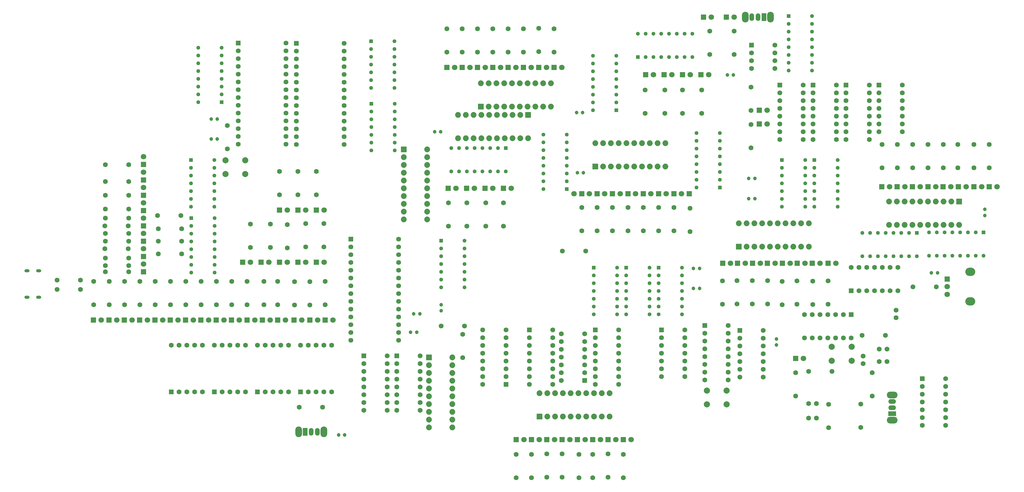
<source format=gbr>
%TF.GenerationSoftware,KiCad,Pcbnew,9.0.4-1.fc42app3*%
%TF.CreationDate,2025-11-06T21:39:48-06:00*%
%TF.ProjectId,8-Bit-PC,382d4269-742d-4504-932e-6b696361645f,1*%
%TF.SameCoordinates,Original*%
%TF.FileFunction,Soldermask,Bot*%
%TF.FilePolarity,Negative*%
%FSLAX46Y46*%
G04 Gerber Fmt 4.6, Leading zero omitted, Abs format (unit mm)*
G04 Created by KiCad (PCBNEW 9.0.4-1.fc42app3) date 2025-11-06 21:39:48*
%MOMM*%
%LPD*%
G01*
G04 APERTURE LIST*
G04 Aperture macros list*
%AMRoundRect*
0 Rectangle with rounded corners*
0 $1 Rounding radius*
0 $2 $3 $4 $5 $6 $7 $8 $9 X,Y pos of 4 corners*
0 Add a 4 corners polygon primitive as box body*
4,1,4,$2,$3,$4,$5,$6,$7,$8,$9,$2,$3,0*
0 Add four circle primitives for the rounded corners*
1,1,$1+$1,$2,$3*
1,1,$1+$1,$4,$5*
1,1,$1+$1,$6,$7*
1,1,$1+$1,$8,$9*
0 Add four rect primitives between the rounded corners*
20,1,$1+$1,$2,$3,$4,$5,0*
20,1,$1+$1,$4,$5,$6,$7,0*
20,1,$1+$1,$6,$7,$8,$9,0*
20,1,$1+$1,$8,$9,$2,$3,0*%
G04 Aperture macros list end*
%ADD10C,1.600000*%
%ADD11RoundRect,0.250000X-0.550000X-0.550000X0.550000X-0.550000X0.550000X0.550000X-0.550000X0.550000X0*%
%ADD12C,1.200000*%
%ADD13R,1.295400X1.295400*%
%ADD14C,1.295400*%
%ADD15R,1.800000X1.800000*%
%ADD16C,1.800000*%
%ADD17RoundRect,0.102000X-0.689000X-0.689000X0.689000X-0.689000X0.689000X0.689000X-0.689000X0.689000X0*%
%ADD18C,1.582000*%
%ADD19C,2.000000*%
%ADD20R,1.600000X1.600000*%
%ADD21RoundRect,0.250000X0.550000X0.550000X-0.550000X0.550000X-0.550000X-0.550000X0.550000X-0.550000X0*%
%ADD22RoundRect,0.102000X-0.838200X-0.838200X0.838200X-0.838200X0.838200X0.838200X-0.838200X0.838200X0*%
%ADD23C,1.880400*%
%ADD24O,2.200000X3.500000*%
%ADD25R,1.500000X2.500000*%
%ADD26O,1.500000X2.500000*%
%ADD27RoundRect,0.102000X0.838200X-0.838200X0.838200X0.838200X-0.838200X0.838200X-0.838200X-0.838200X0*%
%ADD28RoundRect,0.102000X-0.838200X0.838200X-0.838200X-0.838200X0.838200X-0.838200X0.838200X0.838200X0*%
%ADD29O,1.700000X1.000000*%
%ADD30O,3.240000X2.720000*%
%ADD31RoundRect,0.250000X0.550000X-0.550000X0.550000X0.550000X-0.550000X0.550000X-0.550000X-0.550000X0*%
%ADD32RoundRect,0.250000X-0.550000X0.550000X-0.550000X-0.550000X0.550000X-0.550000X0.550000X0.550000X0*%
%ADD33O,3.500000X2.200000*%
%ADD34R,2.500000X1.500000*%
%ADD35O,2.500000X1.500000*%
G04 APERTURE END LIST*
D10*
%TO.C,R14*%
X266917100Y-109792300D03*
X266917100Y-117412300D03*
%TD*%
D11*
%TO.C,U5*%
X253130000Y-125790000D03*
D10*
X253130000Y-128330000D03*
X253130000Y-130870000D03*
X253130000Y-133410000D03*
X253130000Y-135950000D03*
X253130000Y-138490000D03*
X253130000Y-141030000D03*
X260750000Y-141030000D03*
X260750000Y-138490000D03*
X260750000Y-135950000D03*
X260750000Y-133410000D03*
X260750000Y-130870000D03*
X260750000Y-128330000D03*
X260750000Y-125790000D03*
%TD*%
D12*
%TO.C,C8*%
X333040000Y-86300000D03*
X333040000Y-88300000D03*
%TD*%
D10*
%TO.C,C3*%
X275567100Y-149662300D03*
X278067100Y-149662300D03*
%TD*%
%TO.C,R94*%
X319460000Y-72670000D03*
X319460000Y-65050000D03*
%TD*%
D11*
%TO.C,U52*%
X205977100Y-125657300D03*
D10*
X205977100Y-128197300D03*
X205977100Y-130737300D03*
X205977100Y-133277300D03*
X205977100Y-135817300D03*
X205977100Y-138357300D03*
X205977100Y-140897300D03*
X205977100Y-143437300D03*
X213597100Y-143437300D03*
X213597100Y-140897300D03*
X213597100Y-138357300D03*
X213597100Y-135817300D03*
X213597100Y-133277300D03*
X213597100Y-130737300D03*
X213597100Y-128197300D03*
X213597100Y-125657300D03*
%TD*%
%TO.C,R83*%
X157500000Y-34920000D03*
X157500000Y-27300000D03*
%TD*%
%TO.C,R87*%
X177500000Y-34920000D03*
X177500000Y-27300000D03*
%TD*%
D13*
%TO.C,U8*%
X310870000Y-93930000D03*
D14*
X308330000Y-93930000D03*
X305790000Y-93930000D03*
X303250000Y-93930000D03*
X300710000Y-93930000D03*
X298170000Y-93930000D03*
X295630000Y-93930000D03*
X293090000Y-93930000D03*
X293090000Y-101550000D03*
X295630000Y-101550000D03*
X298170000Y-101550000D03*
X300710000Y-101550000D03*
X303250000Y-101550000D03*
X305790000Y-101550000D03*
X308330000Y-101550000D03*
X310870000Y-101550000D03*
%TD*%
D11*
%TO.C,U20*%
X227527100Y-125667300D03*
D10*
X227527100Y-128207300D03*
X227527100Y-130747300D03*
X227527100Y-133287300D03*
X227527100Y-135827300D03*
X227527100Y-138367300D03*
X227527100Y-140907300D03*
X235147100Y-140907300D03*
X235147100Y-138367300D03*
X235147100Y-135827300D03*
X235147100Y-133287300D03*
X235147100Y-130747300D03*
X235147100Y-128207300D03*
X235147100Y-125667300D03*
%TD*%
D13*
%TO.C,U41*%
X84032100Y-51252300D03*
D14*
X84032100Y-48712300D03*
X84032100Y-46172300D03*
X84032100Y-43632300D03*
X84032100Y-41092300D03*
X84032100Y-38552300D03*
X84032100Y-36012300D03*
X84032100Y-33472300D03*
X76412100Y-33472300D03*
X76412100Y-36012300D03*
X76412100Y-38552300D03*
X76412100Y-41092300D03*
X76412100Y-43632300D03*
X76412100Y-46172300D03*
X76412100Y-48712300D03*
X76412100Y-51252300D03*
%TD*%
D12*
%TO.C,C11*%
X249000000Y-42420000D03*
X251000000Y-42420000D03*
%TD*%
D15*
%TO.C,D31*%
X205080000Y-161420000D03*
D16*
X207620000Y-161420000D03*
%TD*%
D15*
%TO.C,D116*%
X177460000Y-39920000D03*
D16*
X180000000Y-39920000D03*
%TD*%
D10*
%TO.C,R32*%
X202817100Y-99912300D03*
X195197100Y-99912300D03*
%TD*%
D11*
%TO.C,U6*%
X312620000Y-141580000D03*
D10*
X312620000Y-144120000D03*
X312620000Y-146660000D03*
X312620000Y-149200000D03*
X312620000Y-151740000D03*
X312620000Y-154280000D03*
X312620000Y-156820000D03*
X320240000Y-156820000D03*
X320240000Y-154280000D03*
X320240000Y-151740000D03*
X320240000Y-149200000D03*
X320240000Y-146660000D03*
X320240000Y-144120000D03*
X320240000Y-141580000D03*
%TD*%
D15*
%TO.C,D57*%
X108902100Y-103552300D03*
D16*
X111442100Y-103552300D03*
%TD*%
D15*
%TO.C,D53*%
X117787100Y-122412300D03*
D16*
X120327100Y-122412300D03*
%TD*%
D10*
%TO.C,R15*%
X271717100Y-109602300D03*
X271717100Y-117222300D03*
%TD*%
%TO.C,R13*%
X262167100Y-109542300D03*
X262167100Y-117162300D03*
%TD*%
D15*
%TO.C,D112*%
X157500000Y-39920000D03*
D16*
X160040000Y-39920000D03*
%TD*%
D10*
%TO.C,R16*%
X276917100Y-117352300D03*
X276917100Y-109732300D03*
%TD*%
D15*
%TO.C,D14*%
X259460000Y-53920000D03*
D16*
X262000000Y-53920000D03*
%TD*%
D10*
%TO.C,R3*%
X275507100Y-139162300D03*
X283127100Y-139162300D03*
%TD*%
%TO.C,R65*%
X53667700Y-106657100D03*
X46047700Y-106657100D03*
%TD*%
%TO.C,R20*%
X222197100Y-47272300D03*
X222197100Y-54892300D03*
%TD*%
D15*
%TO.C,D69*%
X58500000Y-71650000D03*
D16*
X58500000Y-69110000D03*
%TD*%
D15*
%TO.C,D13*%
X257242100Y-103852300D03*
D16*
X259782100Y-103852300D03*
%TD*%
D10*
%TO.C,R97*%
X304460000Y-72670000D03*
X304460000Y-65050000D03*
%TD*%
D17*
%TO.C,U43*%
X89442550Y-32020000D03*
D18*
X89442550Y-34560000D03*
X89442550Y-37100000D03*
X89442550Y-39640000D03*
X89442550Y-42180000D03*
X89442550Y-44720000D03*
X89442550Y-47260000D03*
X89442550Y-49800000D03*
X89442550Y-52340000D03*
X89442550Y-54880000D03*
X89442550Y-57420000D03*
X89442550Y-59960000D03*
X89442550Y-62500000D03*
X89442550Y-65040000D03*
X105000050Y-65040000D03*
X105000050Y-62500000D03*
X105000050Y-59960000D03*
X105000050Y-57420000D03*
X105000050Y-54880000D03*
X105000050Y-52340000D03*
X105000050Y-49800000D03*
X105000050Y-47260000D03*
X105000050Y-44720000D03*
X105000050Y-42180000D03*
X105000050Y-39640000D03*
X105000050Y-37100000D03*
X105000050Y-34560000D03*
X105000050Y-32020000D03*
%TD*%
D15*
%TO.C,D17*%
X271842100Y-103852300D03*
D16*
X274382100Y-103852300D03*
%TD*%
D15*
%TO.C,D59*%
X102902100Y-86552300D03*
D16*
X105442100Y-86552300D03*
%TD*%
D15*
%TO.C,D115*%
X172460000Y-39920000D03*
D16*
X175000000Y-39920000D03*
%TD*%
D19*
%TO.C,SW6*%
X248817100Y-149927300D03*
X242317100Y-149927300D03*
X248817100Y-145427300D03*
X242317100Y-145427300D03*
%TD*%
D15*
%TO.C,D30*%
X200120000Y-161420000D03*
D16*
X202660000Y-161420000D03*
%TD*%
D11*
%TO.C,U32*%
X130383900Y-134069100D03*
D10*
X130383900Y-136609100D03*
X130383900Y-139149100D03*
X130383900Y-141689100D03*
X130383900Y-144229100D03*
X130383900Y-146769100D03*
X130383900Y-149309100D03*
X130383900Y-151849100D03*
X138003900Y-151849100D03*
X138003900Y-149309100D03*
X138003900Y-146769100D03*
X138003900Y-144229100D03*
X138003900Y-141689100D03*
X138003900Y-139149100D03*
X138003900Y-136609100D03*
X138003900Y-134069100D03*
%TD*%
D15*
%TO.C,D50*%
X102277100Y-122412300D03*
D16*
X104817100Y-122412300D03*
%TD*%
D20*
%TO.C,U35*%
X81636400Y-145879100D03*
D10*
X84176400Y-145879100D03*
X86716400Y-145879100D03*
X89256400Y-145879100D03*
X91796400Y-145879100D03*
X91796400Y-130639100D03*
X89256400Y-130639100D03*
X86716400Y-130639100D03*
X84176400Y-130639100D03*
X81636400Y-130639100D03*
%TD*%
D15*
%TO.C,D11*%
X247477100Y-103852300D03*
D16*
X250017100Y-103852300D03*
%TD*%
D15*
%TO.C,D25*%
X248710000Y-23500000D03*
D16*
X251250000Y-23500000D03*
%TD*%
D10*
%TO.C,R57*%
X111412100Y-98552300D03*
X111412100Y-90932300D03*
%TD*%
D11*
%TO.C,U33*%
X141163900Y-134069100D03*
D10*
X141163900Y-136609100D03*
X141163900Y-139149100D03*
X141163900Y-141689100D03*
X141163900Y-144229100D03*
X141163900Y-146769100D03*
X141163900Y-149309100D03*
X141163900Y-151849100D03*
X148783900Y-151849100D03*
X148783900Y-149309100D03*
X148783900Y-146769100D03*
X148783900Y-144229100D03*
X148783900Y-141689100D03*
X148783900Y-139149100D03*
X148783900Y-136609100D03*
X148783900Y-134069100D03*
%TD*%
D15*
%TO.C,D38*%
X42227100Y-122412300D03*
D16*
X44767100Y-122412300D03*
%TD*%
D10*
%TO.C,R72*%
X53667700Y-71657100D03*
X46047700Y-71657100D03*
%TD*%
D12*
%TO.C,C18*%
X148666400Y-120379100D03*
X146666400Y-120379100D03*
%TD*%
D15*
%TO.C,D42*%
X62227100Y-122412300D03*
D16*
X64767100Y-122412300D03*
%TD*%
D15*
%TO.C,D8*%
X231587100Y-81162300D03*
D16*
X229047100Y-81162300D03*
%TD*%
D10*
%TO.C,R52*%
X102317100Y-117412300D03*
X102317100Y-109792300D03*
%TD*%
%TO.C,R89*%
X187500000Y-34790000D03*
X187500000Y-27170000D03*
%TD*%
%TO.C,R31*%
X215120000Y-166300000D03*
X215120000Y-173920000D03*
%TD*%
%TO.C,R5*%
X292567100Y-157472300D03*
X292567100Y-149852300D03*
%TD*%
D15*
%TO.C,D022*%
X334460000Y-78920000D03*
D16*
X337000000Y-78920000D03*
%TD*%
D10*
%TO.C,R90*%
X192500000Y-34920000D03*
X192500000Y-27300000D03*
%TD*%
D12*
%TO.C,C10*%
X255993900Y-82749100D03*
X257993900Y-82749100D03*
%TD*%
%TO.C,C7*%
X317605000Y-107040000D03*
X315605000Y-107040000D03*
%TD*%
D15*
%TO.C,D54*%
X90872100Y-103552300D03*
D16*
X93412100Y-103552300D03*
%TD*%
D10*
%TO.C,R74*%
X63325000Y-92640000D03*
X70945000Y-92640000D03*
%TD*%
D15*
%TO.C,D44*%
X72277100Y-122412300D03*
D16*
X74817100Y-122412300D03*
%TD*%
D15*
%TO.C,D48*%
X92277100Y-122412300D03*
D16*
X94817100Y-122412300D03*
%TD*%
D21*
%TO.C,SW5*%
X176817100Y-143412300D03*
D10*
X176817100Y-140872300D03*
X176817100Y-138332300D03*
X176817100Y-135792300D03*
X176817100Y-133252300D03*
X176817100Y-130712300D03*
X176817100Y-128172300D03*
X176817100Y-125632300D03*
X169197100Y-125632300D03*
X169197100Y-128172300D03*
X169197100Y-130712300D03*
X169197100Y-133252300D03*
X169197100Y-135792300D03*
X169197100Y-138332300D03*
X169197100Y-140872300D03*
X169197100Y-143412300D03*
%TD*%
D22*
%TO.C,U29*%
X143430000Y-66740000D03*
D23*
X143430000Y-69280000D03*
X143430000Y-71820000D03*
X143430000Y-74360000D03*
X143430000Y-76900000D03*
X143430000Y-79440000D03*
X143430000Y-81980000D03*
X143430000Y-84520000D03*
X143430000Y-87060000D03*
X143430000Y-89600000D03*
X151050000Y-89600000D03*
X151050000Y-87060000D03*
X151050000Y-84520000D03*
X151050000Y-81980000D03*
X151050000Y-79440000D03*
X151050000Y-76900000D03*
X151050000Y-74360000D03*
X151050000Y-71820000D03*
X151050000Y-69280000D03*
X151050000Y-66740000D03*
%TD*%
D10*
%TO.C,R39*%
X109356400Y-150879100D03*
X116976400Y-150879100D03*
%TD*%
D15*
%TO.C,D10*%
X259460000Y-58420000D03*
D16*
X262000000Y-58420000D03*
%TD*%
D15*
%TO.C,D028*%
X304440000Y-78920000D03*
D16*
X306980000Y-78920000D03*
%TD*%
D10*
%TO.C,R44*%
X62317100Y-117412300D03*
X62317100Y-109792300D03*
%TD*%
D15*
%TO.C,D20*%
X222397100Y-42332300D03*
D16*
X224937100Y-42332300D03*
%TD*%
D21*
%TO.C,U22*%
X202437100Y-142152300D03*
D10*
X202437100Y-139612300D03*
X202437100Y-137072300D03*
X202437100Y-134532300D03*
X202437100Y-131992300D03*
X202437100Y-129452300D03*
X202437100Y-126912300D03*
X194817100Y-126912300D03*
X194817100Y-129452300D03*
X194817100Y-131992300D03*
X194817100Y-134532300D03*
X194817100Y-137072300D03*
X194817100Y-139612300D03*
X194817100Y-142152300D03*
%TD*%
%TO.C,R69*%
X53667700Y-86157100D03*
X46047700Y-86157100D03*
%TD*%
%TO.C,R24*%
X180120000Y-166300000D03*
X180120000Y-173920000D03*
%TD*%
%TO.C,R6*%
X296317100Y-147222300D03*
X296317100Y-139602300D03*
%TD*%
D15*
%TO.C,D025*%
X319420000Y-78920000D03*
D16*
X321960000Y-78920000D03*
%TD*%
D20*
%TO.C,U37*%
X109736400Y-145879100D03*
D10*
X112276400Y-145879100D03*
X114816400Y-145879100D03*
X117356400Y-145879100D03*
X119896400Y-145879100D03*
X119896400Y-130639100D03*
X117356400Y-130639100D03*
X114816400Y-130639100D03*
X112276400Y-130639100D03*
X109736400Y-130639100D03*
%TD*%
D15*
%TO.C,D68*%
X58500000Y-76650000D03*
D16*
X58500000Y-74110000D03*
%TD*%
D10*
%TO.C,R17*%
X281917100Y-109602300D03*
X281917100Y-117222300D03*
%TD*%
%TO.C,R71*%
X53667700Y-77157100D03*
X46047700Y-77157100D03*
%TD*%
%TO.C,R19*%
X251250000Y-35750000D03*
X251250000Y-28130000D03*
%TD*%
D12*
%TO.C,C17*%
X124166400Y-159879100D03*
X122166400Y-159879100D03*
%TD*%
D15*
%TO.C,D114*%
X167480000Y-39920000D03*
D16*
X170020000Y-39920000D03*
%TD*%
D12*
%TO.C,C13*%
X237977100Y-112097300D03*
X239977100Y-112097300D03*
%TD*%
D10*
%TO.C,R37*%
X162666400Y-134689100D03*
X162666400Y-127069100D03*
%TD*%
%TO.C,R33*%
X157990000Y-91790000D03*
X157990000Y-84170000D03*
%TD*%
%TO.C,R62*%
X108912100Y-81552300D03*
X108912100Y-73932300D03*
%TD*%
D15*
%TO.C,D61*%
X114922100Y-86552300D03*
D16*
X117462100Y-86552300D03*
%TD*%
D15*
%TO.C,D21*%
X228407100Y-42332300D03*
D16*
X230947100Y-42332300D03*
%TD*%
D11*
%TO.C,U13*%
X276940000Y-45670000D03*
D10*
X276940000Y-48210000D03*
X276940000Y-50750000D03*
X276940000Y-53290000D03*
X276940000Y-55830000D03*
X276940000Y-58370000D03*
X276940000Y-60910000D03*
X276940000Y-63450000D03*
X284560000Y-63450000D03*
X284560000Y-60910000D03*
X284560000Y-58370000D03*
X284560000Y-55830000D03*
X284560000Y-53290000D03*
X284560000Y-50750000D03*
X284560000Y-48210000D03*
X284560000Y-45670000D03*
%TD*%
%TO.C,R91*%
X334460000Y-72670000D03*
X334460000Y-65050000D03*
%TD*%
%TO.C,R47*%
X77317100Y-117412300D03*
X77317100Y-109792300D03*
%TD*%
%TO.C,R81*%
X30380000Y-112420000D03*
X38000000Y-112420000D03*
%TD*%
D15*
%TO.C,D027*%
X309440000Y-78920000D03*
D16*
X311980000Y-78920000D03*
%TD*%
D10*
%TO.C,R60*%
X93412100Y-98672300D03*
X93412100Y-91052300D03*
%TD*%
D11*
%TO.C,U24*%
X184417100Y-125657300D03*
D10*
X184417100Y-128197300D03*
X184417100Y-130737300D03*
X184417100Y-133277300D03*
X184417100Y-135817300D03*
X184417100Y-138357300D03*
X184417100Y-140897300D03*
X184417100Y-143437300D03*
X192037100Y-143437300D03*
X192037100Y-140897300D03*
X192037100Y-138357300D03*
X192037100Y-135817300D03*
X192037100Y-133277300D03*
X192037100Y-130737300D03*
X192037100Y-128197300D03*
X192037100Y-125657300D03*
%TD*%
D15*
%TO.C,D27*%
X185130000Y-161420000D03*
D16*
X187670000Y-161420000D03*
%TD*%
D10*
%TO.C,R1*%
X293007100Y-127412300D03*
X300627100Y-127412300D03*
%TD*%
%TO.C,R4*%
X282067100Y-157532300D03*
X282067100Y-149912300D03*
%TD*%
D15*
%TO.C,D29*%
X195120000Y-161420000D03*
D16*
X197660000Y-161420000D03*
%TD*%
D10*
%TO.C,R70*%
X53667700Y-81657100D03*
X46047700Y-81657100D03*
%TD*%
D15*
%TO.C,D22*%
X234417100Y-42332300D03*
D16*
X236957100Y-42332300D03*
%TD*%
D10*
%TO.C,R35*%
X170240000Y-91790000D03*
X170240000Y-84170000D03*
%TD*%
D15*
%TO.C,D56*%
X102892100Y-103552300D03*
D16*
X105432100Y-103552300D03*
%TD*%
D13*
%TO.C,U30*%
X176740000Y-66300000D03*
D14*
X174200000Y-66300000D03*
X171660000Y-66300000D03*
X169120000Y-66300000D03*
X166580000Y-66300000D03*
X164040000Y-66300000D03*
X161500000Y-66300000D03*
X158960000Y-66300000D03*
X158960000Y-73920000D03*
X161500000Y-73920000D03*
X164040000Y-73920000D03*
X166580000Y-73920000D03*
X169120000Y-73920000D03*
X171660000Y-73920000D03*
X174200000Y-73920000D03*
X176740000Y-73920000D03*
%TD*%
D15*
%TO.C,D41*%
X57227100Y-122412300D03*
D16*
X59767100Y-122412300D03*
%TD*%
D15*
%TO.C,D46*%
X82277100Y-122412300D03*
D16*
X84817100Y-122412300D03*
%TD*%
D10*
%TO.C,R36*%
X175990000Y-91790000D03*
X175990000Y-84170000D03*
%TD*%
%TO.C,R55*%
X117817100Y-117412300D03*
X117817100Y-109792300D03*
%TD*%
D13*
%TO.C,U19*%
X269000000Y-23180000D03*
D14*
X269000000Y-25720000D03*
X269000000Y-28260000D03*
X269000000Y-30800000D03*
X269000000Y-33340000D03*
X269000000Y-35880000D03*
X269000000Y-38420000D03*
X269000000Y-40960000D03*
X276620000Y-40960000D03*
X276620000Y-38420000D03*
X276620000Y-35880000D03*
X276620000Y-33340000D03*
X276620000Y-30800000D03*
X276620000Y-28260000D03*
X276620000Y-25720000D03*
X276620000Y-23180000D03*
%TD*%
D12*
%TO.C,C118*%
X199817100Y-54712300D03*
X201817100Y-54712300D03*
%TD*%
D11*
%TO.C,U10*%
X298500000Y-45680000D03*
D10*
X298500000Y-48220000D03*
X298500000Y-50760000D03*
X298500000Y-53300000D03*
X298500000Y-55840000D03*
X298500000Y-58380000D03*
X298500000Y-60920000D03*
X306120000Y-60920000D03*
X306120000Y-58380000D03*
X306120000Y-55840000D03*
X306120000Y-53300000D03*
X306120000Y-50760000D03*
X306120000Y-48220000D03*
X306120000Y-45680000D03*
%TD*%
D24*
%TO.C,SW7*%
X109166400Y-158879100D03*
X117366400Y-158879100D03*
D25*
X111266400Y-158879100D03*
D26*
X113266400Y-158879100D03*
X115266400Y-158879100D03*
%TD*%
D10*
%TO.C,R88*%
X182500000Y-34920000D03*
X182500000Y-27300000D03*
%TD*%
D13*
%TO.C,U11*%
X266848400Y-70180000D03*
D14*
X266848400Y-72720000D03*
X266848400Y-75260000D03*
X266848400Y-77800000D03*
X266848400Y-80340000D03*
X266848400Y-82880000D03*
X266848400Y-85420000D03*
X274468400Y-85420000D03*
X274468400Y-82880000D03*
X274468400Y-80340000D03*
X274468400Y-77800000D03*
X274468400Y-75260000D03*
X274468400Y-72720000D03*
X274468400Y-70180000D03*
%TD*%
D19*
%TO.C,SW1*%
X283067100Y-131162300D03*
X289567100Y-131162300D03*
X283067100Y-135662300D03*
X289567100Y-135662300D03*
%TD*%
D15*
%TO.C,D28*%
X190120000Y-161420000D03*
D16*
X192660000Y-161420000D03*
%TD*%
D10*
%TO.C,R58*%
X105412100Y-98862300D03*
X105412100Y-91242300D03*
%TD*%
%TO.C,R59*%
X99912100Y-98672300D03*
X99912100Y-91052300D03*
%TD*%
%TO.C,R2*%
X309545000Y-111540000D03*
X317165000Y-111540000D03*
%TD*%
D15*
%TO.C,D40*%
X52227100Y-122412300D03*
D16*
X54767100Y-122412300D03*
%TD*%
D10*
%TO.C,C4*%
X293317100Y-134162300D03*
X293317100Y-136662300D03*
%TD*%
%TO.C,R93*%
X324210000Y-72730000D03*
X324210000Y-65110000D03*
%TD*%
D15*
%TO.C,D2*%
X201507100Y-81162300D03*
D16*
X198967100Y-81162300D03*
%TD*%
D10*
%TO.C,R86*%
X172500000Y-34920000D03*
X172500000Y-27300000D03*
%TD*%
D15*
%TO.C,D47*%
X87277100Y-122412300D03*
D16*
X89817100Y-122412300D03*
%TD*%
D20*
%TO.C,U34*%
X67586400Y-145879100D03*
D10*
X70126400Y-145879100D03*
X72666400Y-145879100D03*
X75206400Y-145879100D03*
X77746400Y-145879100D03*
X77746400Y-130639100D03*
X75206400Y-130639100D03*
X72666400Y-130639100D03*
X70126400Y-130639100D03*
X67586400Y-130639100D03*
%TD*%
D27*
%TO.C,U25*%
X187760000Y-153920000D03*
D23*
X190300000Y-153920000D03*
X192840000Y-153920000D03*
X195380000Y-153920000D03*
X197920000Y-153920000D03*
X200460000Y-153920000D03*
X203000000Y-153920000D03*
X205540000Y-153920000D03*
X208080000Y-153920000D03*
X210620000Y-153920000D03*
X210620000Y-146300000D03*
X208080000Y-146300000D03*
X205540000Y-146300000D03*
X203000000Y-146300000D03*
X200460000Y-146300000D03*
X197920000Y-146300000D03*
X195380000Y-146300000D03*
X192840000Y-146300000D03*
X190300000Y-146300000D03*
X187760000Y-146300000D03*
%TD*%
D15*
%TO.C,D026*%
X314460000Y-78920000D03*
D16*
X317000000Y-78920000D03*
%TD*%
D10*
%TO.C,R98*%
X299460000Y-72670000D03*
X299460000Y-65050000D03*
%TD*%
%TO.C,R34*%
X163990000Y-91790000D03*
X163990000Y-84170000D03*
%TD*%
%TO.C,R102*%
X216567100Y-85662300D03*
X216567100Y-93282300D03*
%TD*%
D27*
%TO.C,U48*%
X205957100Y-72282300D03*
D23*
X208497100Y-72282300D03*
X211037100Y-72282300D03*
X213577100Y-72282300D03*
X216117100Y-72282300D03*
X218657100Y-72282300D03*
X221197100Y-72282300D03*
X223737100Y-72282300D03*
X226277100Y-72282300D03*
X228817100Y-72282300D03*
X228817100Y-64662300D03*
X226277100Y-64662300D03*
X223737100Y-64662300D03*
X221197100Y-64662300D03*
X218657100Y-64662300D03*
X216117100Y-64662300D03*
X213577100Y-64662300D03*
X211037100Y-64662300D03*
X208497100Y-64662300D03*
X205957100Y-64662300D03*
%TD*%
D15*
%TO.C,D029*%
X299440000Y-78920000D03*
D16*
X301980000Y-78920000D03*
%TD*%
D10*
%TO.C,R28*%
X200620000Y-166300000D03*
X200620000Y-173920000D03*
%TD*%
D13*
%TO.C,U26*%
X205461600Y-105325000D03*
D14*
X205461600Y-107865000D03*
X205461600Y-110405000D03*
X205461600Y-112945000D03*
X205461600Y-115485000D03*
X205461600Y-118025000D03*
X205461600Y-120565000D03*
X213081600Y-120565000D03*
X213081600Y-118025000D03*
X213081600Y-115485000D03*
X213081600Y-112945000D03*
X213081600Y-110405000D03*
X213081600Y-107865000D03*
X213081600Y-105325000D03*
%TD*%
D15*
%TO.C,D1*%
X271297100Y-134912300D03*
D16*
X273837100Y-134912300D03*
%TD*%
D15*
%TO.C,D9*%
X236587100Y-81162300D03*
D16*
X234047100Y-81162300D03*
%TD*%
D15*
%TO.C,D113*%
X162480000Y-39920000D03*
D16*
X165020000Y-39920000D03*
%TD*%
D27*
%TO.C,U17*%
X252737100Y-98412300D03*
D23*
X255277100Y-98412300D03*
X257817100Y-98412300D03*
X260357100Y-98412300D03*
X262897100Y-98412300D03*
X265437100Y-98412300D03*
X267977100Y-98412300D03*
X270517100Y-98412300D03*
X273057100Y-98412300D03*
X275597100Y-98412300D03*
X275597100Y-90792300D03*
X273057100Y-90792300D03*
X270517100Y-90792300D03*
X267977100Y-90792300D03*
X265437100Y-90792300D03*
X262897100Y-90792300D03*
X260357100Y-90792300D03*
X257817100Y-90792300D03*
X255277100Y-90792300D03*
X252737100Y-90792300D03*
%TD*%
D12*
%TO.C,C22*%
X202067100Y-74282300D03*
X200067100Y-74282300D03*
%TD*%
D13*
%TO.C,U18*%
X219800000Y-36540000D03*
D14*
X222340000Y-36540000D03*
X224880000Y-36540000D03*
X227420000Y-36540000D03*
X229960000Y-36540000D03*
X232500000Y-36540000D03*
X235040000Y-36540000D03*
X237580000Y-36540000D03*
X237580000Y-28920000D03*
X235040000Y-28920000D03*
X232500000Y-28920000D03*
X229960000Y-28920000D03*
X227420000Y-28920000D03*
X224880000Y-28920000D03*
X222340000Y-28920000D03*
X219800000Y-28920000D03*
%TD*%
D10*
%TO.C,R18*%
X243250000Y-35750000D03*
X243250000Y-28130000D03*
%TD*%
%TO.C,R101*%
X211567100Y-85662300D03*
X211567100Y-93282300D03*
%TD*%
D12*
%TO.C,C12*%
X237977100Y-105547300D03*
X239977100Y-105547300D03*
%TD*%
D15*
%TO.C,D5*%
X216567100Y-81162300D03*
D16*
X214027100Y-81162300D03*
%TD*%
D10*
%TO.C,R51*%
X97817100Y-117412300D03*
X97817100Y-109792300D03*
%TD*%
%TO.C,R54*%
X112817100Y-117532300D03*
X112817100Y-109912300D03*
%TD*%
%TO.C,C1*%
X304067100Y-119162300D03*
X304067100Y-121662300D03*
%TD*%
D19*
%TO.C,SW8*%
X85250000Y-70250000D03*
X91750000Y-70250000D03*
X85250000Y-74750000D03*
X91750000Y-74750000D03*
%TD*%
D10*
%TO.C,R25*%
X185120000Y-166300000D03*
X185120000Y-173920000D03*
%TD*%
D11*
%TO.C,SW3*%
X256880000Y-32630000D03*
D10*
X256880000Y-35170000D03*
X256880000Y-37710000D03*
X256880000Y-40250000D03*
X264500000Y-40250000D03*
X264500000Y-37710000D03*
X264500000Y-35170000D03*
X264500000Y-32630000D03*
%TD*%
D15*
%TO.C,D39*%
X47237100Y-122412300D03*
D16*
X49777100Y-122412300D03*
%TD*%
D10*
%TO.C,R46*%
X72317100Y-117412300D03*
X72317100Y-109792300D03*
%TD*%
%TO.C,R103*%
X221567100Y-85662300D03*
X221567100Y-93282300D03*
%TD*%
%TO.C,R30*%
X210120000Y-166110000D03*
X210120000Y-173730000D03*
%TD*%
%TO.C,R50*%
X92317100Y-117412300D03*
X92317100Y-109792300D03*
%TD*%
D24*
%TO.C,SW4*%
X263100000Y-23500000D03*
X254900000Y-23500000D03*
D25*
X261000000Y-23500000D03*
D26*
X259000000Y-23500000D03*
X257000000Y-23500000D03*
%TD*%
D13*
%TO.C,U28*%
X226613200Y-105325000D03*
D14*
X226613200Y-107865000D03*
X226613200Y-110405000D03*
X226613200Y-112945000D03*
X226613200Y-115485000D03*
X226613200Y-118025000D03*
X226613200Y-120565000D03*
X234233200Y-120565000D03*
X234233200Y-118025000D03*
X234233200Y-115485000D03*
X234233200Y-112945000D03*
X234233200Y-110405000D03*
X234233200Y-107865000D03*
X234233200Y-105325000D03*
%TD*%
D27*
%TO.C,U117*%
X168570000Y-52730000D03*
D23*
X171110000Y-52730000D03*
X173650000Y-52730000D03*
X176190000Y-52730000D03*
X178730000Y-52730000D03*
X181270000Y-52730000D03*
X183810000Y-52730000D03*
X186350000Y-52730000D03*
X188890000Y-52730000D03*
X191430000Y-52730000D03*
X191430000Y-45110000D03*
X188890000Y-45110000D03*
X186350000Y-45110000D03*
X183810000Y-45110000D03*
X181270000Y-45110000D03*
X178730000Y-45110000D03*
X176190000Y-45110000D03*
X173650000Y-45110000D03*
X171110000Y-45110000D03*
X168570000Y-45110000D03*
%TD*%
D10*
%TO.C,R106*%
X236817100Y-85912300D03*
X236817100Y-93532300D03*
%TD*%
%TO.C,R92*%
X329460000Y-72730000D03*
X329460000Y-65110000D03*
%TD*%
D15*
%TO.C,D60*%
X108912100Y-86552300D03*
D16*
X111452100Y-86552300D03*
%TD*%
D13*
%TO.C,U15*%
X277424200Y-70180000D03*
D14*
X277424200Y-72720000D03*
X277424200Y-75260000D03*
X277424200Y-77800000D03*
X277424200Y-80340000D03*
X277424200Y-82880000D03*
X277424200Y-85420000D03*
X285044200Y-85420000D03*
X285044200Y-82880000D03*
X285044200Y-80340000D03*
X285044200Y-77800000D03*
X285044200Y-75260000D03*
X285044200Y-72720000D03*
X285044200Y-70180000D03*
%TD*%
D15*
%TO.C,D16*%
X266967100Y-103852300D03*
D16*
X269507100Y-103852300D03*
%TD*%
D10*
%TO.C,R99*%
X201567100Y-85662300D03*
X201567100Y-93282300D03*
%TD*%
D15*
%TO.C,D18*%
X276717100Y-103852300D03*
D16*
X279257100Y-103852300D03*
%TD*%
D10*
%TO.C,R26*%
X190120000Y-166110000D03*
X190120000Y-173730000D03*
%TD*%
D13*
%TO.C,U46*%
X132792100Y-31392300D03*
D14*
X132792100Y-33932300D03*
X132792100Y-36472300D03*
X132792100Y-39012300D03*
X132792100Y-41552300D03*
X132792100Y-44092300D03*
X132792100Y-46632300D03*
X140412100Y-46632300D03*
X140412100Y-44092300D03*
X140412100Y-41552300D03*
X140412100Y-39012300D03*
X140412100Y-36472300D03*
X140412100Y-33932300D03*
X140412100Y-31392300D03*
%TD*%
D10*
%TO.C,R45*%
X67317100Y-117412300D03*
X67317100Y-109792300D03*
%TD*%
D15*
%TO.C,D64*%
X58500000Y-96690000D03*
D16*
X58500000Y-94150000D03*
%TD*%
D15*
%TO.C,D3*%
X206547100Y-81162300D03*
D16*
X204007100Y-81162300D03*
%TD*%
D10*
%TO.C,R68*%
X53547700Y-91657100D03*
X45927700Y-91657100D03*
%TD*%
D15*
%TO.C,D65*%
X58500000Y-91690000D03*
D16*
X58500000Y-89150000D03*
%TD*%
D28*
%TO.C,U7*%
X324650000Y-83680000D03*
D23*
X322110000Y-83680000D03*
X319570000Y-83680000D03*
X317030000Y-83680000D03*
X314490000Y-83680000D03*
X311950000Y-83680000D03*
X309410000Y-83680000D03*
X306870000Y-83680000D03*
X304330000Y-83680000D03*
X301790000Y-83680000D03*
X301790000Y-91300000D03*
X304330000Y-91300000D03*
X306870000Y-91300000D03*
X309410000Y-91300000D03*
X311950000Y-91300000D03*
X314490000Y-91300000D03*
X317030000Y-91300000D03*
X319570000Y-91300000D03*
X322110000Y-91300000D03*
X324650000Y-91300000D03*
%TD*%
D15*
%TO.C,D35*%
X163960000Y-79420000D03*
D16*
X166500000Y-79420000D03*
%TD*%
D13*
%TO.C,U9*%
X332580000Y-93800000D03*
D14*
X330040000Y-93800000D03*
X327500000Y-93800000D03*
X324960000Y-93800000D03*
X322420000Y-93800000D03*
X319880000Y-93800000D03*
X317340000Y-93800000D03*
X314800000Y-93800000D03*
X314800000Y-101420000D03*
X317340000Y-101420000D03*
X319880000Y-101420000D03*
X322420000Y-101420000D03*
X324960000Y-101420000D03*
X327500000Y-101420000D03*
X330040000Y-101420000D03*
X332580000Y-101420000D03*
%TD*%
D15*
%TO.C,D49*%
X97277100Y-122412300D03*
D16*
X99817100Y-122412300D03*
%TD*%
D15*
%TO.C,D119*%
X192460000Y-39920000D03*
D16*
X195000000Y-39920000D03*
%TD*%
D10*
%TO.C,R73*%
X63087900Y-88287700D03*
X70707900Y-88287700D03*
%TD*%
%TO.C,R38*%
X155666400Y-124379100D03*
X163286400Y-124379100D03*
%TD*%
D15*
%TO.C,D023*%
X329500000Y-78880000D03*
D16*
X332040000Y-78880000D03*
%TD*%
D15*
%TO.C,D34*%
X157950000Y-79420000D03*
D16*
X160490000Y-79420000D03*
%TD*%
D12*
%TO.C,C16*%
X155666400Y-119379100D03*
X155666400Y-117379100D03*
%TD*%
D10*
%TO.C,R9*%
X247417100Y-109602300D03*
X247417100Y-117222300D03*
%TD*%
D15*
%TO.C,D117*%
X182460000Y-39920000D03*
D16*
X185000000Y-39920000D03*
%TD*%
D13*
%TO.C,U50*%
X246567100Y-79112300D03*
D14*
X246567100Y-76572300D03*
X246567100Y-74032300D03*
X246567100Y-71492300D03*
X246567100Y-68952300D03*
X246567100Y-66412300D03*
X246567100Y-63872300D03*
X246567100Y-61332300D03*
X238947100Y-61332300D03*
X238947100Y-63872300D03*
X238947100Y-66412300D03*
X238947100Y-68952300D03*
X238947100Y-71492300D03*
X238947100Y-74032300D03*
X238947100Y-76572300D03*
X238947100Y-79112300D03*
%TD*%
D15*
%TO.C,D24*%
X241230000Y-23500000D03*
D16*
X243770000Y-23500000D03*
%TD*%
D10*
%TO.C,R29*%
X205120000Y-166300000D03*
X205120000Y-173920000D03*
%TD*%
%TO.C,R61*%
X102912100Y-81552300D03*
X102912100Y-73932300D03*
%TD*%
%TO.C,R95*%
X314460000Y-72670000D03*
X314460000Y-65050000D03*
%TD*%
D12*
%TO.C,C19*%
X147666400Y-126379100D03*
X145666400Y-126379100D03*
%TD*%
D10*
%TO.C,R7*%
X271317100Y-139602300D03*
X271317100Y-147222300D03*
%TD*%
D15*
%TO.C,D67*%
X58500000Y-81690000D03*
D16*
X58500000Y-79150000D03*
%TD*%
D15*
%TO.C,D26*%
X180080000Y-161420000D03*
D16*
X182620000Y-161420000D03*
%TD*%
D12*
%TO.C,C21*%
X80612100Y-63342300D03*
X82612100Y-63342300D03*
%TD*%
D10*
%TO.C,R27*%
X195120000Y-166110000D03*
X195120000Y-173730000D03*
%TD*%
%TO.C,R100*%
X206567100Y-85662300D03*
X206567100Y-93282300D03*
%TD*%
D15*
%TO.C,D58*%
X114912100Y-103552300D03*
D16*
X117452100Y-103552300D03*
%TD*%
D10*
%TO.C,R43*%
X57317100Y-117412300D03*
X57317100Y-109792300D03*
%TD*%
D15*
%TO.C,D66*%
X58500000Y-86650000D03*
D16*
X58500000Y-84110000D03*
%TD*%
D15*
%TO.C,D23*%
X240427100Y-42332300D03*
D16*
X242967100Y-42332300D03*
%TD*%
D12*
%TO.C,C20*%
X80612100Y-56792300D03*
X82612100Y-56792300D03*
%TD*%
D10*
%TO.C,R41*%
X47317100Y-117412300D03*
X47317100Y-109792300D03*
%TD*%
%TO.C,R48*%
X82317100Y-117412300D03*
X82317100Y-109792300D03*
%TD*%
%TO.C,C2*%
X275567100Y-154412300D03*
X278067100Y-154412300D03*
%TD*%
D20*
%TO.C,U36*%
X95686400Y-145879100D03*
D10*
X98226400Y-145879100D03*
X100766400Y-145879100D03*
X103306400Y-145879100D03*
X105846400Y-145879100D03*
X105846400Y-130639100D03*
X103306400Y-130639100D03*
X100766400Y-130639100D03*
X98226400Y-130639100D03*
X95686400Y-130639100D03*
%TD*%
D15*
%TO.C,D37*%
X175980000Y-79420000D03*
D16*
X178520000Y-79420000D03*
%TD*%
D11*
%TO.C,U12*%
X266160000Y-45670000D03*
D10*
X266160000Y-48210000D03*
X266160000Y-50750000D03*
X266160000Y-53290000D03*
X266160000Y-55830000D03*
X266160000Y-58370000D03*
X266160000Y-60910000D03*
X266160000Y-63450000D03*
X273780000Y-63450000D03*
X273780000Y-60910000D03*
X273780000Y-58370000D03*
X273780000Y-55830000D03*
X273780000Y-53290000D03*
X273780000Y-50750000D03*
X273780000Y-48210000D03*
X273780000Y-45670000D03*
%TD*%
D29*
%TO.C,J1*%
X24320000Y-106350000D03*
X20520000Y-106350000D03*
X24320000Y-114990000D03*
X20520000Y-114990000D03*
%TD*%
D13*
%TO.C,U39*%
X155676800Y-96506800D03*
D14*
X155676800Y-99046800D03*
X155676800Y-101586800D03*
X155676800Y-104126800D03*
X155676800Y-106666800D03*
X155676800Y-109206800D03*
X155676800Y-111746800D03*
X163296800Y-111746800D03*
X163296800Y-109206800D03*
X163296800Y-106666800D03*
X163296800Y-104126800D03*
X163296800Y-101586800D03*
X163296800Y-99046800D03*
X163296800Y-96506800D03*
%TD*%
D10*
%TO.C,R66*%
X53667700Y-102157100D03*
X46047700Y-102157100D03*
%TD*%
D15*
%TO.C,D32*%
X210120000Y-161420000D03*
D16*
X212660000Y-161420000D03*
%TD*%
D10*
%TO.C,R12*%
X257167100Y-109542300D03*
X257167100Y-117162300D03*
%TD*%
D13*
%TO.C,U42*%
X74120000Y-89100000D03*
D14*
X74120000Y-91640000D03*
X74120000Y-94180000D03*
X74120000Y-96720000D03*
X74120000Y-99260000D03*
X74120000Y-101800000D03*
X74120000Y-104340000D03*
X74120000Y-106880000D03*
X81740000Y-106880000D03*
X81740000Y-104340000D03*
X81740000Y-101800000D03*
X81740000Y-99260000D03*
X81740000Y-96720000D03*
X81740000Y-94180000D03*
X81740000Y-91640000D03*
X81740000Y-89100000D03*
%TD*%
D10*
%TO.C,R23*%
X240647100Y-47272300D03*
X240647100Y-54892300D03*
%TD*%
D28*
%TO.C,U118*%
X184000000Y-55420000D03*
D23*
X181460000Y-55420000D03*
X178920000Y-55420000D03*
X176380000Y-55420000D03*
X173840000Y-55420000D03*
X171300000Y-55420000D03*
X168760000Y-55420000D03*
X166220000Y-55420000D03*
X163680000Y-55420000D03*
X161140000Y-55420000D03*
X161140000Y-63040000D03*
X163680000Y-63040000D03*
X166220000Y-63040000D03*
X168760000Y-63040000D03*
X171300000Y-63040000D03*
X173840000Y-63040000D03*
X176380000Y-63040000D03*
X178920000Y-63040000D03*
X181460000Y-63040000D03*
X184000000Y-63040000D03*
%TD*%
D15*
%TO.C,D62*%
X58500000Y-106690000D03*
D16*
X58500000Y-104150000D03*
%TD*%
D15*
%TO.C,D15*%
X262087100Y-103852300D03*
D16*
X264627100Y-103852300D03*
%TD*%
D10*
%TO.C,R8*%
X256750000Y-53980000D03*
X256750000Y-46360000D03*
%TD*%
D15*
%TO.C,D63*%
X58500000Y-101690000D03*
D16*
X58500000Y-99150000D03*
%TD*%
D13*
%TO.C,U27*%
X216037400Y-105325000D03*
D14*
X216037400Y-107865000D03*
X216037400Y-110405000D03*
X216037400Y-112945000D03*
X216037400Y-115485000D03*
X216037400Y-118025000D03*
X216037400Y-120565000D03*
X223657400Y-120565000D03*
X223657400Y-118025000D03*
X223657400Y-115485000D03*
X223657400Y-112945000D03*
X223657400Y-110405000D03*
X223657400Y-107865000D03*
X223657400Y-105325000D03*
%TD*%
D11*
%TO.C,U14*%
X287720000Y-45670000D03*
D10*
X287720000Y-48210000D03*
X287720000Y-50750000D03*
X287720000Y-53290000D03*
X287720000Y-55830000D03*
X287720000Y-58370000D03*
X287720000Y-60910000D03*
X287720000Y-63450000D03*
X295340000Y-63450000D03*
X295340000Y-60910000D03*
X295340000Y-58370000D03*
X295340000Y-55830000D03*
X295340000Y-53290000D03*
X295340000Y-50750000D03*
X295340000Y-48210000D03*
X295340000Y-45670000D03*
%TD*%
%TO.C,R84*%
X162500000Y-34920000D03*
X162500000Y-27300000D03*
%TD*%
%TO.C,R53*%
X107817100Y-117532300D03*
X107817100Y-109912300D03*
%TD*%
D15*
%TO.C,D7*%
X226587100Y-81162300D03*
D16*
X224047100Y-81162300D03*
%TD*%
D15*
%TO.C,D55*%
X96882100Y-103552300D03*
D16*
X99422100Y-103552300D03*
%TD*%
D15*
%TO.C,D19*%
X281877100Y-103852300D03*
D16*
X284417100Y-103852300D03*
%TD*%
D10*
%TO.C,R105*%
X231567100Y-85662300D03*
X231567100Y-93282300D03*
%TD*%
D30*
%TO.C,RV1*%
X328275000Y-106700000D03*
X328275000Y-116300000D03*
D15*
X320775000Y-109000000D03*
D16*
X320775000Y-111500000D03*
X320775000Y-114000000D03*
%TD*%
D13*
%TO.C,U47*%
X132912100Y-51812300D03*
D14*
X132912100Y-54352300D03*
X132912100Y-56892300D03*
X132912100Y-59432300D03*
X132912100Y-61972300D03*
X132912100Y-64512300D03*
X132912100Y-67052300D03*
X140532100Y-67052300D03*
X140532100Y-64512300D03*
X140532100Y-61972300D03*
X140532100Y-59432300D03*
X140532100Y-56892300D03*
X140532100Y-54352300D03*
X140532100Y-51812300D03*
%TD*%
D10*
%TO.C,R104*%
X226567100Y-85662300D03*
X226567100Y-93282300D03*
%TD*%
%TO.C,R64*%
X85912100Y-66552300D03*
X85912100Y-58932300D03*
%TD*%
%TO.C,R40*%
X42317100Y-117412300D03*
X42317100Y-109792300D03*
%TD*%
%TO.C,R85*%
X167500000Y-34920000D03*
X167500000Y-27300000D03*
%TD*%
D12*
%TO.C,C15*%
X153490000Y-60920000D03*
X155490000Y-60920000D03*
%TD*%
D15*
%TO.C,D12*%
X252367100Y-103852300D03*
D16*
X254907100Y-103852300D03*
%TD*%
D31*
%TO.C,U16*%
X289380000Y-112805000D03*
D10*
X291920000Y-112805000D03*
X294460000Y-112805000D03*
X297000000Y-112805000D03*
X299540000Y-112805000D03*
X302080000Y-112805000D03*
X304620000Y-112805000D03*
X304620000Y-105185000D03*
X302080000Y-105185000D03*
X299540000Y-105185000D03*
X297000000Y-105185000D03*
X294460000Y-105185000D03*
X291920000Y-105185000D03*
X289380000Y-105185000D03*
%TD*%
D17*
%TO.C,U44*%
X108442550Y-32060000D03*
D18*
X108442550Y-34600000D03*
X108442550Y-37140000D03*
X108442550Y-39680000D03*
X108442550Y-42220000D03*
X108442550Y-44760000D03*
X108442550Y-47300000D03*
X108442550Y-49840000D03*
X108442550Y-52380000D03*
X108442550Y-54920000D03*
X108442550Y-57460000D03*
X108442550Y-60000000D03*
X108442550Y-62540000D03*
X108442550Y-65080000D03*
X124000050Y-65080000D03*
X124000050Y-62540000D03*
X124000050Y-60000000D03*
X124000050Y-57460000D03*
X124000050Y-54920000D03*
X124000050Y-52380000D03*
X124000050Y-49840000D03*
X124000050Y-47300000D03*
X124000050Y-44760000D03*
X124000050Y-42220000D03*
X124000050Y-39680000D03*
X124000050Y-37140000D03*
X124000050Y-34600000D03*
X124000050Y-32060000D03*
%TD*%
D15*
%TO.C,D45*%
X77277100Y-122412300D03*
D16*
X79817100Y-122412300D03*
%TD*%
D15*
%TO.C,D118*%
X187460000Y-39920000D03*
D16*
X190000000Y-39920000D03*
%TD*%
D15*
%TO.C,D36*%
X169970000Y-79420000D03*
D16*
X172510000Y-79420000D03*
%TD*%
D13*
%TO.C,U119*%
X212817100Y-53912300D03*
D14*
X212817100Y-51372300D03*
X212817100Y-48832300D03*
X212817100Y-46292300D03*
X212817100Y-43752300D03*
X212817100Y-41212300D03*
X212817100Y-38672300D03*
X212817100Y-36132300D03*
X205197100Y-36132300D03*
X205197100Y-38672300D03*
X205197100Y-41212300D03*
X205197100Y-43752300D03*
X205197100Y-46292300D03*
X205197100Y-48832300D03*
X205197100Y-51372300D03*
X205197100Y-53912300D03*
%TD*%
D10*
%TO.C,R96*%
X309460000Y-72730000D03*
X309460000Y-65110000D03*
%TD*%
%TO.C,R67*%
X53667700Y-96657100D03*
X46047700Y-96657100D03*
%TD*%
%TO.C,R75*%
X63325000Y-96690000D03*
X70945000Y-96690000D03*
%TD*%
D15*
%TO.C,D6*%
X221587100Y-81162300D03*
D16*
X219047100Y-81162300D03*
%TD*%
D10*
%TO.C,R10*%
X256750000Y-66170000D03*
X256750000Y-58550000D03*
%TD*%
%TO.C,R22*%
X234397100Y-47272300D03*
X234397100Y-54892300D03*
%TD*%
%TO.C,R82*%
X30374400Y-109375000D03*
X37994400Y-109375000D03*
%TD*%
%TO.C,C5*%
X301067100Y-135962300D03*
X298567100Y-135962300D03*
%TD*%
D15*
%TO.C,D52*%
X112777100Y-122412300D03*
D16*
X115317100Y-122412300D03*
%TD*%
D15*
%TO.C,D43*%
X67227100Y-122412300D03*
D16*
X69767100Y-122412300D03*
%TD*%
D13*
%TO.C,U45*%
X74000000Y-70180000D03*
D14*
X74000000Y-72720000D03*
X74000000Y-75260000D03*
X74000000Y-77800000D03*
X74000000Y-80340000D03*
X74000000Y-82880000D03*
X74000000Y-85420000D03*
X81620000Y-85420000D03*
X81620000Y-82880000D03*
X81620000Y-80340000D03*
X81620000Y-77800000D03*
X81620000Y-75260000D03*
X81620000Y-72720000D03*
X81620000Y-70180000D03*
%TD*%
D12*
%TO.C,C14*%
X265000000Y-128580000D03*
X265000000Y-130580000D03*
%TD*%
D10*
%TO.C,R49*%
X87317100Y-117412300D03*
X87317100Y-109792300D03*
%TD*%
D15*
%TO.C,D33*%
X215120000Y-161420000D03*
D16*
X217660000Y-161420000D03*
%TD*%
D10*
%TO.C,C6*%
X301067100Y-131912300D03*
X298567100Y-131912300D03*
%TD*%
D17*
%TO.C,U40*%
X126166450Y-95979100D03*
D18*
X126166450Y-98519100D03*
X126166450Y-101059100D03*
X126166450Y-103599100D03*
X126166450Y-106139100D03*
X126166450Y-108679100D03*
X126166450Y-111219100D03*
X126166450Y-113759100D03*
X126166450Y-116299100D03*
X126166450Y-118839100D03*
X126166450Y-121379100D03*
X126166450Y-123919100D03*
X126166450Y-126459100D03*
X126166450Y-128999100D03*
X141723950Y-128999100D03*
X141723950Y-126459100D03*
X141723950Y-123919100D03*
X141723950Y-121379100D03*
X141723950Y-118839100D03*
X141723950Y-116299100D03*
X141723950Y-113759100D03*
X141723950Y-111219100D03*
X141723950Y-108679100D03*
X141723950Y-106139100D03*
X141723950Y-103599100D03*
X141723950Y-101059100D03*
X141723950Y-98519100D03*
X141723950Y-95979100D03*
%TD*%
D11*
%TO.C,U51*%
X241697100Y-124172300D03*
D10*
X241697100Y-126712300D03*
X241697100Y-129252300D03*
X241697100Y-131792300D03*
X241697100Y-134332300D03*
X241697100Y-136872300D03*
X241697100Y-139412300D03*
X241697100Y-141952300D03*
X249317100Y-141952300D03*
X249317100Y-139412300D03*
X249317100Y-136872300D03*
X249317100Y-134332300D03*
X249317100Y-131792300D03*
X249317100Y-129252300D03*
X249317100Y-126712300D03*
X249317100Y-124172300D03*
%TD*%
D32*
%TO.C,U4*%
X289437100Y-120607300D03*
D10*
X286897100Y-120607300D03*
X284357100Y-120607300D03*
X281817100Y-120607300D03*
X279277100Y-120607300D03*
X276737100Y-120607300D03*
X274197100Y-120607300D03*
X274197100Y-128227300D03*
X276737100Y-128227300D03*
X279277100Y-128227300D03*
X281817100Y-128227300D03*
X284357100Y-128227300D03*
X286897100Y-128227300D03*
X289437100Y-128227300D03*
%TD*%
D22*
%TO.C,U38*%
X151697100Y-134632300D03*
D23*
X151697100Y-137172300D03*
X151697100Y-139712300D03*
X151697100Y-142252300D03*
X151697100Y-144792300D03*
X151697100Y-147332300D03*
X151697100Y-149872300D03*
X151697100Y-152412300D03*
X151697100Y-154952300D03*
X151697100Y-157492300D03*
X159317100Y-157492300D03*
X159317100Y-154952300D03*
X159317100Y-152412300D03*
X159317100Y-149872300D03*
X159317100Y-147332300D03*
X159317100Y-144792300D03*
X159317100Y-142252300D03*
X159317100Y-139712300D03*
X159317100Y-137172300D03*
X159317100Y-134632300D03*
%TD*%
D13*
%TO.C,U49*%
X196627100Y-79672300D03*
D14*
X196627100Y-77132300D03*
X196627100Y-74592300D03*
X196627100Y-72052300D03*
X196627100Y-69512300D03*
X196627100Y-66972300D03*
X196627100Y-64432300D03*
X196627100Y-61892300D03*
X189007100Y-61892300D03*
X189007100Y-64432300D03*
X189007100Y-66972300D03*
X189007100Y-69512300D03*
X189007100Y-72052300D03*
X189007100Y-74592300D03*
X189007100Y-77132300D03*
X189007100Y-79672300D03*
%TD*%
D10*
%TO.C,R42*%
X52317100Y-117412300D03*
X52317100Y-109792300D03*
%TD*%
D12*
%TO.C,C9*%
X255993900Y-76199100D03*
X257993900Y-76199100D03*
%TD*%
D10*
%TO.C,R21*%
X228647100Y-47332300D03*
X228647100Y-54952300D03*
%TD*%
D15*
%TO.C,D51*%
X107607100Y-122412300D03*
D16*
X110147100Y-122412300D03*
%TD*%
D10*
%TO.C,R63*%
X114912100Y-81552300D03*
X114912100Y-73932300D03*
%TD*%
%TO.C,R76*%
X63397900Y-100787700D03*
X71017900Y-100787700D03*
%TD*%
%TO.C,R11*%
X252167100Y-109542300D03*
X252167100Y-117162300D03*
%TD*%
D15*
%TO.C,D024*%
X324420000Y-78920000D03*
D16*
X326960000Y-78920000D03*
%TD*%
D10*
%TO.C,R56*%
X117412100Y-98552300D03*
X117412100Y-90932300D03*
%TD*%
D15*
%TO.C,D4*%
X211567100Y-81162300D03*
D16*
X209027100Y-81162300D03*
%TD*%
D33*
%TO.C,SW2*%
X302797500Y-155100000D03*
X302797500Y-146900000D03*
D34*
X302797500Y-153000000D03*
D35*
X302797500Y-151000000D03*
X302797500Y-149000000D03*
%TD*%
D10*
%TO.C,R79*%
X53547700Y-99157100D03*
X45927700Y-99157100D03*
%TD*%
%TO.C,R80*%
X53667700Y-104657100D03*
X46047700Y-104657100D03*
%TD*%
%TO.C,R77*%
X53667700Y-89157100D03*
X46047700Y-89157100D03*
%TD*%
%TO.C,R78*%
X53667700Y-94157100D03*
X46047700Y-94157100D03*
%TD*%
M02*

</source>
